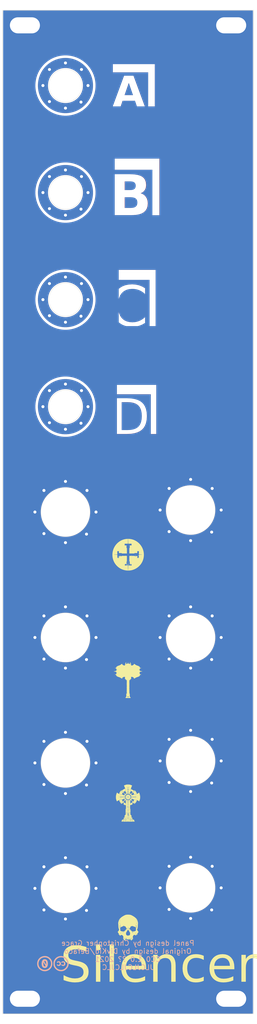
<source format=kicad_pcb>
(kicad_pcb (version 20241229) (generator "pcbnew") (generator_version "9.0")
  (title_block (company "Rich Holmes / Analog Output") (comment 1 "or neighboring rights to this work. Published from United States.") (comment 2 "To the extent possible under law, Richard Holmes has waived all copyright and related "))
  (layers (0 "F.Cu" signal) (2 "B.Cu" signal) (13 "F.Paste" user) (15 "B.Paste" user) (5 "F.SilkS" user "F.Silkscreen") (7 "B.SilkS" user "B.Silkscreen") (1 "F.Mask" user) (3 "B.Mask" user) (25 "Edge.Cuts" user))
  (net 0 "")
  (net 1 "GND")
  (footprint "Kosmo_panel:Kosmo_Panel_Dual_Slotted_Mounting_Holes" (layer "F.Cu") (at 113.1 60.6 180)
    (property "Reference" "H10" (hide yes))
    (property "Value" "Panel")
    (pad "1" thru_hole oval (at 1.4 -194 180) (size 6.8 4) (drill oval 6 3.2) (layers "*.Cu" "*.Mask") (net 1 "GND"))
    (pad "1" thru_hole oval (at 1.4 0 180) (size 6.8 4) (drill oval 6 3.2) (layers "*.Cu" "*.Mask") (net 1 "GND"))
  )
  (footprint "Kosmo_panel:Kosmo_Jack_Hole" (layer "F.Cu") (at 78.6 207.6)
    (property "Reference" "H1" (hide yes))
    (property "Value" "Jack_Hole")
    (fp_circle (center 0 0) (end 4.9 0) (stroke (width 0.05)) (fill no) (layer "Edge.Cuts"))
    (pad "1" smd custom (at -6.1 0) (size 0.5 0.5) (layers "F.Cu" "F.Mask" "F.Paste") (net 1 "GND") (options (clearance outline) (anchor circle)) (primitives (gr_circle (center 6.1 0) (end 12.2 0) (width 1.9) (fill no))))
    (pad "1" smd custom (at -6.1 0) (size 0.5 0.5) (layers "B.Cu" "B.Mask" "B.Paste") (net 1 "GND") (options (clearance outline) (anchor circle)) (primitives (gr_circle (center 6.1 0) (end 12.2 0) (width 1.9) (fill no))))
    (pad "1" thru_hole circle (at -6.1 0) (size 0.8 0.8) (drill 0.6) (layers "*.Cu" "*.Mask") (net 1 "GND"))
    (pad "1" thru_hole circle (at -4.3 -4.3) (size 0.8 0.8) (drill 0.6) (layers "*.Cu" "*.Mask") (net 1 "GND"))
    (pad "1" thru_hole circle (at -4.3 4.3) (size 0.8 0.8) (drill 0.6) (layers "*.Cu" "*.Mask") (net 1 "GND"))
    (pad "1" thru_hole circle (at 0 -6.1) (size 0.8 0.8) (drill 0.6) (layers "*.Cu" "*.Mask") (net 1 "GND"))
    (pad "1" thru_hole circle (at 0 6.1) (size 0.8 0.8) (drill 0.6) (layers "*.Cu" "*.Mask") (net 1 "GND"))
    (pad "1" thru_hole circle (at 4.2 4.4) (size 0.8 0.8) (drill 0.6) (layers "*.Cu" "*.Mask") (net 1 "GND"))
    (pad "1" thru_hole circle (at 4.3 -4.3) (size 0.8 0.8) (drill 0.6) (layers "*.Cu" "*.Mask") (net 1 "GND"))
    (pad "1" thru_hole circle (at 6.1 0) (size 0.8 0.8) (drill 0.6) (layers "*.Cu" "*.Mask") (net 1 "GND"))
  )
  (footprint "Kosmo_panel:Kosmo_Panel_Dual_Slotted_Mounting_Holes" (layer "F.Cu") (at 69.1 254.6)
    (property "Reference" "H7" (hide yes))
    (property "Value" "Panel")
    (pad "1" thru_hole oval (at 1.4 -194) (size 6.8 4) (drill oval 6 3.2) (layers "*.Cu" "*.Mask") (net 1 "GND"))
    (pad "1" thru_hole oval (at 1.4 0) (size 6.8 4) (drill oval 6 3.2) (layers "*.Cu" "*.Mask") (net 1 "GND"))
  )
  (footprint "Kosmo_panel:Kosmo_Jack_Hole" (layer "F.Cu") (at 78.6 232.6)
    (property "Reference" "H2" (hide yes))
    (property "Value" "Jack_Hole")
    (fp_circle (center 0 0) (end 4.9 0) (stroke (width 0.05)) (fill no) (layer "Edge.Cuts"))
    (pad "1" smd custom (at -6.1 0) (size 0.5 0.5) (layers "F.Cu" "F.Mask" "F.Paste") (net 1 "GND") (options (clearance outline) (anchor circle)) (primitives (gr_circle (center 6.1 0) (end 12.2 0) (width 1.9) (fill no))))
    (pad "1" smd custom (at -6.1 0) (size 0.5 0.5) (layers "B.Cu" "B.Mask" "B.Paste") (net 1 "GND") (options (clearance outline) (anchor circle)) (primitives (gr_circle (center 6.1 0) (end 12.2 0) (width 1.9) (fill no))))
    (pad "1" thru_hole circle (at -6.1 0) (size 0.8 0.8) (drill 0.6) (layers "*.Cu" "*.Mask") (net 1 "GND"))
    (pad "1" thru_hole circle (at -4.3 -4.3) (size 0.8 0.8) (drill 0.6) (layers "*.Cu" "*.Mask") (net 1 "GND"))
    (pad "1" thru_hole circle (at -4.3 4.3) (size 0.8 0.8) (drill 0.6) (layers "*.Cu" "*.Mask") (net 1 "GND"))
    (pad "1" thru_hole circle (at 0 -6.1) (size 0.8 0.8) (drill 0.6) (layers "*.Cu" "*.Mask") (net 1 "GND"))
    (pad "1" thru_hole circle (at 0 6.1) (size 0.8 0.8) (drill 0.6) (layers "*.Cu" "*.Mask") (net 1 "GND"))
    (pad "1" thru_hole circle (at 4.2 4.4) (size 0.8 0.8) (drill 0.6) (layers "*.Cu" "*.Mask") (net 1 "GND"))
    (pad "1" thru_hole circle (at 4.3 -4.3) (size 0.8 0.8) (drill 0.6) (layers "*.Cu" "*.Mask") (net 1 "GND"))
    (pad "1" thru_hole circle (at 6.1 0) (size 0.8 0.8) (drill 0.6) (layers "*.Cu" "*.Mask") (net 1 "GND"))
  )
  (footprint "Kosmo_panel:Kosmo_Jack_Hole" (layer "F.Cu") (at 103.6 207.2)
    (property "Reference" "H3" (hide yes))
    (property "Value" "Jack_Hole")
    (fp_circle (center 0 0) (end 4.9 0) (stroke (width 0.05)) (fill no) (layer "Edge.Cuts"))
    (pad "1" smd custom (at -6.1 0) (size 0.5 0.5) (layers "F.Cu" "F.Mask" "F.Paste") (net 1 "GND") (options (clearance outline) (anchor circle)) (primitives (gr_circle (center 6.1 0) (end 12.2 0) (width 1.9) (fill no))))
    (pad "1" smd custom (at -6.1 0) (size 0.5 0.5) (layers "B.Cu" "B.Mask" "B.Paste") (net 1 "GND") (options (clearance outline) (anchor circle)) (primitives (gr_circle (center 6.1 0) (end 12.2 0) (width 1.9) (fill no))))
    (pad "1" thru_hole circle (at -6.1 0) (size 0.8 0.8) (drill 0.6) (layers "*.Cu" "*.Mask") (net 1 "GND"))
    (pad "1" thru_hole circle (at -4.3 -4.3) (size 0.8 0.8) (drill 0.6) (layers "*.Cu" "*.Mask") (net 1 "GND"))
    (pad "1" thru_hole circle (at -4.3 4.3) (size 0.8 0.8) (drill 0.6) (layers "*.Cu" "*.Mask") (net 1 "GND"))
    (pad "1" thru_hole circle (at 0 -6.1) (size 0.8 0.8) (drill 0.6) (layers "*.Cu" "*.Mask") (net 1 "GND"))
    (pad "1" thru_hole circle (at 0 6.1) (size 0.8 0.8) (drill 0.6) (layers "*.Cu" "*.Mask") (net 1 "GND"))
    (pad "1" thru_hole circle (at 4.2 4.4) (size 0.8 0.8) (drill 0.6) (layers "*.Cu" "*.Mask") (net 1 "GND"))
    (pad "1" thru_hole circle (at 4.3 -4.3) (size 0.8 0.8) (drill 0.6) (layers "*.Cu" "*.Mask") (net 1 "GND"))
    (pad "1" thru_hole circle (at 6.1 0) (size 0.8 0.8) (drill 0.6) (layers "*.Cu" "*.Mask") (net 1 "GND"))
  )
  (footprint "Kosmo_panel:Kosmo_Jack_Hole" (layer "F.Cu") (at 103.6 232.5)
    (property "Reference" "H4" (hide yes))
    (property "Value" "Jack_Hole")
    (fp_circle (center 0 0) (end 4.9 0) (stroke (width 0.05)) (fill no) (layer "Edge.Cuts"))
    (pad "1" smd custom (at -6.1 0) (size 0.5 0.5) (layers "F.Cu" "F.Mask" "F.Paste") (net 1 "GND") (options (clearance outline) (anchor circle)) (primitives (gr_circle (center 6.1 0) (end 12.2 0) (width 1.9) (fill no))))
    (pad "1" smd custom (at -6.1 0) (size 0.5 0.5) (layers "B.Cu" "B.Mask" "B.Paste") (net 1 "GND") (options (clearance outline) (anchor circle)) (primitives (gr_circle (center 6.1 0) (end 12.2 0) (width 1.9) (fill no))))
    (pad "1" thru_hole circle (at -6.1 0) (size 0.8 0.8) (drill 0.6) (layers "*.Cu" "*.Mask") (net 1 "GND"))
    (pad "1" thru_hole circle (at -4.3 -4.3) (size 0.8 0.8) (drill 0.6) (layers "*.Cu" "*.Mask") (net 1 "GND"))
    (pad "1" thru_hole circle (at -4.3 4.3) (size 0.8 0.8) (drill 0.6) (layers "*.Cu" "*.Mask") (net 1 "GND"))
    (pad "1" thru_hole circle (at 0 -6.1) (size 0.8 0.8) (drill 0.6) (layers "*.Cu" "*.Mask") (net 1 "GND"))
    (pad "1" thru_hole circle (at 0 6.1) (size 0.8 0.8) (drill 0.6) (layers "*.Cu" "*.Mask") (net 1 "GND"))
    (pad "1" thru_hole circle (at 4.2 4.4) (size 0.8 0.8) (drill 0.6) (layers "*.Cu" "*.Mask") (net 1 "GND"))
    (pad "1" thru_hole circle (at 4.3 -4.3) (size 0.8 0.8) (drill 0.6) (layers "*.Cu" "*.Mask") (net 1 "GND"))
    (pad "1" thru_hole circle (at 6.1 0) (size 0.8 0.8) (drill 0.6) (layers "*.Cu" "*.Mask") (net 1 "GND"))
  )
  (footprint "Kosmo_panel:Kosmo_Jack_Hole" (layer "F.Cu") (at 103.6 157.2)
    (property "Reference" "H3" (hide yes))
    (property "Value" "Jack_Hole")
    (fp_circle (center 0 0) (end 4.9 0) (stroke (width 0.05)) (fill no) (layer "Edge.Cuts"))
    (pad "1" smd custom (at -6.1 0) (size 0.5 0.5) (layers "F.Cu" "F.Mask" "F.Paste") (net 1 "GND") (options (clearance outline) (anchor circle)) (primitives (gr_circle (center 6.1 0) (end 12.2 0) (width 1.9) (fill no))))
    (pad "1" smd custom (at -6.1 0) (size 0.5 0.5) (layers "B.Cu" "B.Mask" "B.Paste") (net 1 "GND") (options (clearance outline) (anchor circle)) (primitives (gr_circle (center 6.1 0) (end 12.2 0) (width 1.9) (fill no))))
    (pad "1" thru_hole circle (at -6.1 0) (size 0.8 0.8) (drill 0.6) (layers "*.Cu" "*.Mask") (net 1 "GND"))
    (pad "1" thru_hole circle (at -4.3 -4.3) (size 0.8 0.8) (drill 0.6) (layers "*.Cu" "*.Mask") (net 1 "GND"))
    (pad "1" thru_hole circle (at -4.3 4.3) (size 0.8 0.8) (drill 0.6) (layers "*.Cu" "*.Mask") (net 1 "GND"))
    (pad "1" thru_hole circle (at 0 -6.1) (size 0.8 0.8) (drill 0.6) (layers "*.Cu" "*.Mask") (net 1 "GND"))
    (pad "1" thru_hole circle (at 0 6.1) (size 0.8 0.8) (drill 0.6) (layers "*.Cu" "*.Mask") (net 1 "GND"))
    (pad "1" thru_hole circle (at 4.2 4.4) (size 0.8 0.8) (drill 0.6) (layers "*.Cu" "*.Mask") (net 1 "GND"))
    (pad "1" thru_hole circle (at 4.3 -4.3) (size 0.8 0.8) (drill 0.6) (layers "*.Cu" "*.Mask") (net 1 "GND"))
    (pad "1" thru_hole circle (at 6.1 0) (size 0.8 0.8) (drill 0.6) (layers "*.Cu" "*.Mask") (net 1 "GND"))
  )
  (footprint "Library:asassin3neg" (layer "F.Cu") (at 90.6 144.1)
    (property "Reference" "G***" (hide yes))
    (property "Value" "LOGO" (hide yes))
  )
  (footprint "Kosmo_panel:Kosmo_Jack_Hole" (layer "F.Cu") (at 78.6 182.6)
    (property "Reference" "H2" (hide yes))
    (property "Value" "Jack_Hole")
    (fp_circle (center 0 0) (end 4.9 0) (stroke (width 0.05)) (fill no) (layer "Edge.Cuts"))
    (pad "1" smd custom (at -6.1 0) (size 0.5 0.5) (layers "F.Cu" "F.Mask" "F.Paste") (net 1 "GND") (options (clearance outline) (anchor circle)) (primitives (gr_circle (center 6.1 0) (end 12.2 0) (width 1.9) (fill no))))
    (pad "1" smd custom (at -6.1 0) (size 0.5 0.5) (layers "B.Cu" "B.Mask" "B.Paste") (net 1 "GND") (options (clearance outline) (anchor circle)) (primitives (gr_circle (center 6.1 0) (end 12.2 0) (width 1.9) (fill no))))
    (pad "1" thru_hole circle (at -6.1 0) (size 0.8 0.8) (drill 0.6) (layers "*.Cu" "*.Mask") (net 1 "GND"))
    (pad "1" thru_hole circle (at -4.3 -4.3) (size 0.8 0.8) (drill 0.6) (layers "*.Cu" "*.Mask") (net 1 "GND"))
    (pad "1" thru_hole circle (at -4.3 4.3) (size 0.8 0.8) (drill 0.6) (layers "*.Cu" "*.Mask") (net 1 "GND"))
    (pad "1" thru_hole circle (at 0 -6.1) (size 0.8 0.8) (drill 0.6) (layers "*.Cu" "*.Mask") (net 1 "GND"))
    (pad "1" thru_hole circle (at 0 6.1) (size 0.8 0.8) (drill 0.6) (layers "*.Cu" "*.Mask") (net 1 "GND"))
    (pad "1" thru_hole circle (at 4.2 4.4) (size 0.8 0.8) (drill 0.6) (layers "*.Cu" "*.Mask") (net 1 "GND"))
    (pad "1" thru_hole circle (at 4.3 -4.3) (size 0.8 0.8) (drill 0.6) (layers "*.Cu" "*.Mask") (net 1 "GND"))
    (pad "1" thru_hole circle (at 6.1 0) (size 0.8 0.8) (drill 0.6) (layers "*.Cu" "*.Mask") (net 1 "GND"))
  )
  (footprint "Kosmo_panel:Kosmo_Switch_Hole" (layer "F.Cu") (at 78.6 136.6)
    (property "Reference" "REF**" (hide yes))
    (property "Value" "Kosmo_Switch_Hole")
    (fp_circle (center 0 0) (end 3.3 0) (stroke (width 0.05)) (fill no) (layer "Edge.Cuts"))
    (pad "1" smd custom (at -4.5 0) (size 0.5 0.5) (layers "F.Cu" "F.Mask" "F.Paste") (options (clearance outline) (anchor circle)) (primitives (gr_circle (center 4.5 0) (end 9 0) (width 2) (fill no))))
    (pad "1" smd custom (at -4.5 0) (size 0.5 0.5) (layers "B.Cu" "B.Mask" "B.Paste") (options (clearance outline) (anchor circle)) (primitives (gr_circle (center 4.5 0) (end 9 0) (width 2) (fill no))))
    (pad "1" thru_hole circle (at -4.5 0) (size 0.8 0.8) (drill 0.6) (layers "*.Cu" "*.Mask"))
    (pad "1" thru_hole circle (at -3.2 -3.2) (size 0.8 0.8) (drill 0.6) (layers "*.Cu" "*.Mask"))
    (pad "1" thru_hole circle (at -3.2 3.2) (size 0.8 0.8) (drill 0.6) (layers "*.Cu" "*.Mask"))
    (pad "1" thru_hole circle (at 0 -4.5) (size 0.8 0.8) (drill 0.6) (layers "*.Cu" "*.Mask"))
    (pad "1" thru_hole circle (at 0 4.5) (size 0.8 0.8) (drill 0.6) (layers "*.Cu" "*.Mask"))
    (pad "1" thru_hole circle (at 3.1 3.3) (size 0.8 0.8) (drill 0.6) (layers "*.Cu" "*.Mask"))
    (pad "1" thru_hole circle (at 3.2 -3.2) (size 0.8 0.8) (drill 0.6) (layers "*.Cu" "*.Mask"))
    (pad "1" thru_hole circle (at 4.5 0) (size 0.8 0.8) (drill 0.6) (layers "*.Cu" "*.Mask"))
  )
  (footprint "Kosmo_panel:Kosmo_Switch_Hole" (layer "F.Cu") (at 78.6 115.266667)
    (property "Reference" "REF**" (hide yes))
    (property "Value" "Kosmo_Switch_Hole")
    (fp_circle (center 0 0) (end 3.3 0) (stroke (width 0.05)) (fill no) (layer "Edge.Cuts"))
    (pad "1" smd custom (at -4.5 0) (size 0.5 0.5) (layers "F.Cu" "F.Mask" "F.Paste") (options (clearance outline) (anchor circle)) (primitives (gr_circle (center 4.5 0) (end 9 0) (width 2) (fill no))))
    (pad "1" smd custom (at -4.5 0) (size 0.5 0.5) (layers "B.Cu" "B.Mask" "B.Paste") (options (clearance outline) (anchor circle)) (primitives (gr_circle (center 4.5 0) (end 9 0) (width 2) (fill no))))
    (pad "1" thru_hole circle (at -4.5 0) (size 0.8 0.8) (drill 0.6) (layers "*.Cu" "*.Mask"))
    (pad "1" thru_hole circle (at -3.2 -3.2) (size 0.8 0.8) (drill 0.6) (layers "*.Cu" "*.Mask"))
    (pad "1" thru_hole circle (at -3.2 3.2) (size 0.8 0.8) (drill 0.6) (layers "*.Cu" "*.Mask"))
    (pad "1" thru_hole circle (at 0 -4.5) (size 0.8 0.8) (drill 0.6) (layers "*.Cu" "*.Mask"))
    (pad "1" thru_hole circle (at 0 4.5) (size 0.8 0.8) (drill 0.6) (layers "*.Cu" "*.Mask"))
    (pad "1" thru_hole circle (at 3.1 3.3) (size 0.8 0.8) (drill 0.6) (layers "*.Cu" "*.Mask"))
    (pad "1" thru_hole circle (at 3.2 -3.2) (size 0.8 0.8) (drill 0.6) (layers "*.Cu" "*.Mask"))
    (pad "1" thru_hole circle (at 4.5 0) (size 0.8 0.8) (drill 0.6) (layers "*.Cu" "*.Mask"))
  )
  (footprint "Library:Cross1" (layer "F.Cu") (at 91.1 166.1)
    (property "Reference" "G***" (hide yes))
    (property "Value" "LOGO" (hide yes))
  )
  (footprint "Kosmo_panel:Kosmo_Jack_Hole" (layer "F.Cu") (at 78.6 157.6)
    (property "Reference" "H1" (hide yes))
    (property "Value" "Jack_Hole")
    (fp_circle (center 0 0) (end 4.9 0) (stroke (width 0.05)) (fill no) (layer "Edge.Cuts"))
    (pad "1" smd custom (at -6.1 0) (size 0.5 0.5) (layers "F.Cu" "F.Mask" "F.Paste") (net 1 "GND") (options (clearance outline) (anchor circle)) (primitives (gr_circle (center 6.1 0) (end 12.2 0) (width 1.9) (fill no))))
    (pad "1" smd custom (at -6.1 0) (size 0.5 0.5) (layers "B.Cu" "B.Mask" "B.Paste") (net 1 "GND") (options (clearance outline) (anchor circle)) (primitives (gr_circle (center 6.1 0) (end 12.2 0) (width 1.9) (fill no))))
    (pad "1" thru_hole circle (at -6.1 0) (size 0.8 0.8) (drill 0.6) (layers "*.Cu" "*.Mask") (net 1 "GND"))
    (pad "1" thru_hole circle (at -4.3 -4.3) (size 0.8 0.8) (drill 0.6) (layers "*.Cu" "*.Mask") (net 1 "GND"))
    (pad "1" thru_hole circle (at -4.3 4.3) (size 0.8 0.8) (drill 0.6) (layers "*.Cu" "*.Mask") (net 1 "GND"))
    (pad "1" thru_hole circle (at 0 -6.1) (size 0.8 0.8) (drill 0.6) (layers "*.Cu" "*.Mask") (net 1 "GND"))
    (pad "1" thru_hole circle (at 0 6.1) (size 0.8 0.8) (drill 0.6) (layers "*.Cu" "*.Mask") (net 1 "GND"))
    (pad "1" thru_hole circle (at 4.2 4.4) (size 0.8 0.8) (drill 0.6) (layers "*.Cu" "*.Mask") (net 1 "GND"))
    (pad "1" thru_hole circle (at 4.3 -4.3) (size 0.8 0.8) (drill 0.6) (layers "*.Cu" "*.Mask") (net 1 "GND"))
    (pad "1" thru_hole circle (at 6.1 0) (size 0.8 0.8) (drill 0.6) (layers "*.Cu" "*.Mask") (net 1 "GND"))
  )
  (footprint "Library:Skull_icon_FSilkscreen" (layer "F.Cu") (at 91.1 240.6)
    (property "Reference" "G***" (hide yes))
    (property "Value" "LOGO" (hide yes))
  )
  (footprint "Kosmo_panel:Kosmo_Jack_Hole" (layer "F.Cu") (at 103.6 182.6)
    (property "Reference" "H4" (hide yes))
    (property "Value" "Jack_Hole")
    (fp_circle (center 0 0) (end 4.9 0) (stroke (width 0.05)) (fill no) (layer "Edge.Cuts"))
    (pad "1" smd custom (at -6.1 0) (size 0.5 0.5) (layers "F.Cu" "F.Mask" "F.Paste") (net 1 "GND") (options (clearance outline) (anchor circle)) (primitives (gr_circle (center 6.1 0) (end 12.2 0) (width 1.9) (fill no))))
    (pad "1" smd custom (at -6.1 0) (size 0.5 0.5) (layers "B.Cu" "B.Mask" "B.Paste") (net 1 "GND") (options (clearance outline) (anchor circle)) (primitives (gr_circle (center 6.1 0) (end 12.2 0) (width 1.9) (fill no))))
    (pad "1" thru_hole circle (at -6.1 0) (size 0.8 0.8) (drill 0.6) (layers "*.Cu" "*.Mask") (net 1 "GND"))
    (pad "1" thru_hole circle (at -4.3 -4.3) (size 0.8 0.8) (drill 0.6) (layers "*.Cu" "*.Mask") (net 1 "GND"))
    (pad "1" thru_hole circle (at -4.3 4.3) (size 0.8 0.8) (drill 0.6) (layers "*.Cu" "*.Mask") (net 1 "GND"))
    (pad "1" thru_hole circle (at 0 -6.1) (size 0.8 0.8) (drill 0.6) (layers "*.Cu" "*.Mask") (net 1 "GND"))
    (pad "1" thru_hole circle (at 0 6.1) (size 0.8 0.8) (drill 0.6) (layers "*.Cu" "*.Mask") (net 1 "GND"))
    (pad "1" thru_hole circle (at 4.2 4.4) (size 0.8 0.8) (drill 0.6) (layers "*.Cu" "*.Mask") (net 1 "GND"))
    (pad "1" thru_hole circle (at 4.3 -4.3) (size 0.8 0.8) (drill 0.6) (layers "*.Cu" "*.Mask") (net 1 "GND"))
    (pad "1" thru_hole circle (at 6.1 0) (size 0.8 0.8) (drill 0.6) (layers "*.Cu" "*.Mask") (net 1 "GND"))
  )
  (footprint "Library:Hammer_FSilkscreen" (layer "F.Cu") (at 91.1 191.1)
    (property "Reference" "G***" (hide yes))
    (property "Value" "LOGO" (hide yes))
  )
  (footprint "Kosmo_panel:Kosmo_Switch_Hole" (layer "F.Cu") (at 78.6 72.6)
    (property "Reference" "REF**" (hide yes))
    (property "Value" "Kosmo_Switch_Hole")
    (fp_circle (center 0 0) (end 3.3 0) (stroke (width 0.05)) (fill no) (layer "Edge.Cuts"))
    (pad "1" smd custom (at -4.5 0) (size 0.5 0.5) (layers "F.Cu" "F.Mask" "F.Paste") (options (clearance outline) (anchor circle)) (primitives (gr_circle (center 4.5 0) (end 9 0) (width 2) (fill no))))
    (pad "1" smd custom (at -4.5 0) (size 0.5 0.5) (layers "B.Cu" "B.Mask" "B.Paste") (options (clearance outline) (anchor circle)) (primitives (gr_circle (center 4.5 0) (end 9 0) (width 2) (fill no))))
    (pad "1" thru_hole circle (at -4.5 0) (size 0.8 0.8) (drill 0.6) (layers "*.Cu" "*.Mask"))
    (pad "1" thru_hole circle (at -3.2 -3.2) (size 0.8 0.8) (drill 0.6) (layers "*.Cu" "*.Mask"))
    (pad "1" thru_hole circle (at -3.2 3.2) (size 0.8 0.8) (drill 0.6) (layers "*.Cu" "*.Mask"))
    (pad "1" thru_hole circle (at 0 -4.5) (size 0.8 0.8) (drill 0.6) (layers "*.Cu" "*.Mask"))
    (pad "1" thru_hole circle (at 0 4.5) (size 0.8 0.8) (drill 0.6) (layers "*.Cu" "*.Mask"))
    (pad "1" thru_hole circle (at 3.1 3.3) (size 0.8 0.8) (drill 0.6) (layers "*.Cu" "*.Mask"))
    (pad "1" thru_hole circle (at 3.2 -3.2) (size 0.8 0.8) (drill 0.6) (layers "*.Cu" "*.Mask"))
    (pad "1" thru_hole circle (at 4.5 0) (size 0.8 0.8) (drill 0.6) (layers "*.Cu" "*.Mask"))
  )
  (footprint "Library:ReligiousCross_FSilkscreen" (layer "F.Cu") (at 91.1 215.6)
    (property "Reference" "G***" (hide yes))
    (property "Value" "LOGO" (hide yes))
  )
  (footprint "Kosmo_panel:Kosmo_Switch_Hole" (layer "F.Cu") (at 78.6 93.933333)
    (property "Reference" "REF**" (hide yes))
    (property "Value" "Kosmo_Switch_Hole")
    (fp_circle (center 0 0) (end 3.3 0) (stroke (width 0.05)) (fill no) (layer "Edge.Cuts"))
    (pad "1" smd custom (at -4.5 0) (size 0.5 0.5) (layers "F.Cu" "F.Mask" "F.Paste") (options (clearance outline) (anchor circle)) (primitives (gr_circle (center 4.5 0) (end 9 0) (width 2) (fill no))))
    (pad "1" smd custom (at -4.5 0) (size 0.5 0.5) (layers "B.Cu" "B.Mask" "B.Paste") (options (clearance outline) (anchor circle)) (primitives (gr_circle (center 4.5 0) (end 9 0) (width 2) (fill no))))
    (pad "1" thru_hole circle (at -4.5 0) (size 0.8 0.8) (drill 0.6) (layers "*.Cu" "*.Mask"))
    (pad "1" thru_hole circle (at -3.2 -3.2) (size 0.8 0.8) (drill 0.6) (layers "*.Cu" "*.Mask"))
    (pad "1" thru_hole circle (at -3.2 3.2) (size 0.8 0.8) (drill 0.6) (layers "*.Cu" "*.Mask"))
    (pad "1" thru_hole circle (at 0 -4.5) (size 0.8 0.8) (drill 0.6) (layers "*.Cu" "*.Mask"))
    (pad "1" thru_hole circle (at 0 4.5) (size 0.8 0.8) (drill 0.6) (layers "*.Cu" "*.Mask"))
    (pad "1" thru_hole circle (at 3.1 3.3) (size 0.8 0.8) (drill 0.6) (layers "*.Cu" "*.Mask"))
    (pad "1" thru_hole circle (at 3.2 -3.2) (size 0.8 0.8) (drill 0.6) (layers "*.Cu" "*.Mask"))
    (pad "1" thru_hole circle (at 4.5 0) (size 0.8 0.8) (drill 0.6) (layers "*.Cu" "*.Mask"))
  )
  (footprint "AO_tht:CC0_logo" (layer "B.Cu") (at 76.1 247.6 180)
    (property "Reference" "GRAF3" (hide yes))
    (property "Value" "CC0 logo" (hide yes))
  )
  (gr_line (start 66.1 257.6) (end 116.1 257.6) (stroke (width 0.1)) (layer "Edge.Cuts"))
  (gr_line (start 116.1 57.6) (end 66.1 57.6) (stroke (width 0.1)) (layer "Edge.Cuts"))
  (gr_line (start 66.1 57.6) (end 66.1 257.6) (stroke (width 0.1)) (layer "Edge.Cuts"))
  (gr_line (start 116.1 257.6) (end 116.1 57.6) (stroke (width 0.1)) (layer "Edge.Cuts"))
  (gr_text "D" (at 87.9 143.23 0) (layer "F.Cu" knockout) (effects (font (size 7 7)) (justify left bottom)))
  (gr_text "A" (at 87.994094 77.78 0) (layer "F.Cu" knockout) (effects (font (size 6 6) (thickness 0.3) (bold yes)) (justify left bottom)))
  (gr_text "A" (at 87.994094 77.78 0) (layer "F.Cu" knockout) (effects (font (size 6 6) (thickness 0.3) (bold yes)) (justify left bottom)))
  (gr_text "B" (at 87.294093 99.79 0) (layer "F.Cu" knockout) (effects (font (size 8 8) (thickness 0.3) (bold yes)) (justify left bottom)))
  (gr_text "C" (at 87.294093 121.896166 0) (layer "F.Cu" knockout) (effects (font (size 8 8)) (justify left bottom)))
  (gr_text "B" (at 87.33 99.79 0) (layer "B.Cu" knockout) (effects (font (size 8 8) (thickness 0.3) (bold yes)) (justify left bottom)))
  (gr_text "C" (at 87.3 121.89 0) (layer "B.Cu" knockout) (effects (font (size 8 8)) (justify left bottom)))
  (gr_text "A" (at 88 77.78 0) (layer "B.Cu" knockout) (effects (font (size 6 6) (thickness 0.3) (bold yes)) (justify left bottom)))
  (gr_text "D" (at 87.904093 143.247861 0) (layer "B.Cu" knockout) (effects (font (size 7 7)) (justify left bottom)))
  (gr_text "Silencer" (at 77.55 252.4 0) (layer "F.SilkS") (effects (font (size 7 7)) (justify left bottom)))
  (gr_text "Panel design by Christopher Grace\nOriginal design by DivKid/Befaco\nCC0 1.0 ?? 2021\nJLCJLCJLCJLC" (at 91.06 245.93 0) (layer "B.SilkS") (effects (font (size 1 1)) (justify mirror)))
  (zone (net 1) (net_name "GND") (layers "F.Cu" "B.Cu") (connect_pads (clearance 0.508)) (min_thickness 0.254) (fill yes (thermal_gap 0.508) (thermal_bridge_width 0.508))
    (polygon (pts (xy 116.1 257.6) (xy 66.1 257.6) (xy 66.1 57.6) (xy 116.1 57.6)))
  )
)
</source>
